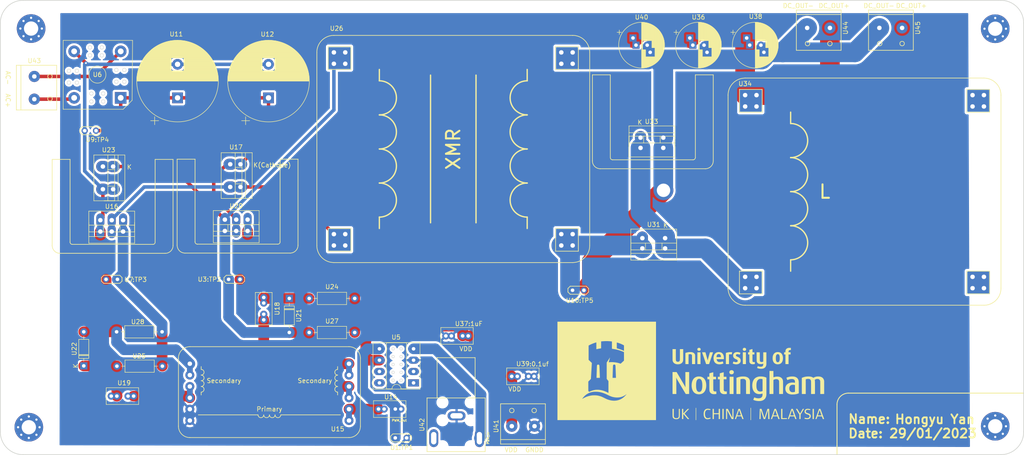
<source format=kicad_pcb>
(kicad_pcb (version 20211014) (generator pcbnew)
  (layers (0 "F.Cu" mixed) (31 "B.Cu" signal) (34 "B.Paste" user) (35 "F.Paste" user) (36 "B.SilkS" user "B.Silkscreen") (37 "F.SilkS" user "F.Silkscreen") (38 "B.Mask" user) (39 "F.Mask" user) (44 "Edge.Cuts" user))
  (net 0 "")
  (net 1 "/PWM_Out")
  (net 2 "GNDD")
  (net 3 "/PWM_OUT_A")
  (net 4 "/PWM_COM_A")
  (net 7 "/PWM_Input")
  (net 8 "VDD")
  (net 11 "/PWM_COM_B")
  (net 12 "/VAC(+)")
  (net 13 "/Rectifier_DC(+)")
  (net 14 "/VAC(-)")
  (net 15 "/PWM_OUT_B")
  (net 16 "Net-(U14-Pad1)")
  (net 17 "Net-(U15-Pad3)")
  (net 18 "Net-(U15-Pad5)")
  (net 19 "Net-(U16-Pad2)")
  (net 20 "Net-(U18-Pad1)")
  (net 21 "Net-(U19-Pad1)")
  (net 22 "/Transformer_Out(+)")
  (net 23 "/Converter_Out(-)")
  (net 24 "Net-(U31-Pad1)")
  (net 25 "/Converter_Out(+)")
  (footprint "EEEE2046_Electrical:SOD113" (layer "F.Cu") (at 87.716 58.0292 -90)
    (fp_text reference "U17")
    (fp_text value "BYV25FX-600")
  )
  (footprint "Capacitor_THT:CP_Radial_D18.0mm_P7.50mm" (layer "F.Cu") (at 73.66 43.18 90)
    (fp_text reference "U11")
    (fp_text value "ECA2AM102")
  )
  (footprint "EEEE2046_Electrical:SOD113" (layer "F.Cu") (at 182.5752 76.8448 180)
    (fp_text reference "U31")
    (fp_text value "BYV25FX-600")
  )
  (footprint "EEEE2046_Electrical:LP-0841-3B-05A" (layer "F.Cu") (at 139.1412 110.2868 -90)
    (fp_text reference "U42")
    (fp_text value "PWM_Input")
  )
  (footprint "Capacitor_THT:CP_Radial_D18.0mm_P7.50mm" (layer "F.Cu") (at 93.98 43.18 90)
    (fp_text reference "U12")
    (fp_text value "ECA2AM102")
  )
  (footprint "Capacitor_THT:C_Rect_L7.0mm_W3.5mm_P2.50mm_P5.00mm" (layer "F.Cu") (at 118.5564 112.776)
    (fp_text reference "U14")
    (fp_text value "F")
  )
  (footprint "EEEE2046_Electrical:SOD113" (layer "F.Cu") (at 177.0888 52.0856)
    (fp_text reference "U33")
    (fp_text value "BYV25FX-600")
  )
  (footprint "MountingHole:MountingHole_3.2mm_M3_Pad_Via" (layer "F.Cu") (at 256.322102 27.722102)
    (fp_text reference "H2" hide)
    (fp_text value "Mount")
  )
  (footprint "Capacitor_THT:CP_Radial_D10.0mm_P2.50mm_P5.00mm" (layer "F.Cu") (at 188.772723 31.3944)
    (fp_text reference "U36")
    (fp_text value "F")
  )
  (footprint "Resistor_THT:R_Axial_DIN0207_L6.3mm_D2.5mm_P10.16mm_Horizontal" (layer "F.Cu") (at 70.2692 103.1828 180)
    (fp_text reference "U25")
    (fp_text value "R")
  )
  (footprint "MountingHole:MountingHole_3.2mm_M3_Pad_Via" (layer "F.Cu") (at 256.322102 116.622102)
    (fp_text reference "H4" hide)
    (fp_text value "Mount")
  )
  (footprint "EEEE2046_Electrical:ETD_34-L" (layer "F.Cu") (at 200.4568 42.5704)
    (fp_text reference "U34")
    (fp_text value "H")
  )
  (footprint "Diode_THT:D_DO-35_SOD27_P7.62mm_Horizontal" (layer "F.Cu") (at 98.6282 88.0364 -90)
    (fp_text reference "U21")
    (fp_text value "V")
  )
  (footprint "EEEE2046_Electrical:2wayTerminalBlock" (layer "F.Cu") (at 219.3906 27.5416 180)
    (fp_text reference "U44")
    (fp_text value "Converter_Out")
  )
  (footprint "TestPoint:TestPoint_2Pads_Pitch2.54mm_Drill0.8mm" (layer "F.Cu") (at 60.2288 83.7692 180)
    (fp_text reference "U7")
    (fp_text value "TP_Q2_Gate")
  )
  (footprint "Resistor_THT:R_Axial_DIN0207_L6.3mm_D2.5mm_P10.16mm_Horizontal" (layer "F.Cu") (at 60.0456 95.504)
    (fp_text reference "U28")
    (fp_text value "R")
  )
  (footprint "EEEE2046_Electrical:TO220_Heatsink" (layer "F.Cu") (at 87.0712 77.892 180)
    (fp_text reference "U4-Diode1" hide)
    (fp_text value "TO220_Heatsink")
  )
  (footprint "Capacitor_THT:C_Rect_L7.0mm_W3.5mm_P2.50mm_P5.00mm" (layer "F.Cu") (at 148.3052 105.4634)
    (fp_text reference "U39")
    (fp_text value "0.1 uF")
  )
  (footprint "MountingHole:MountingHole_3.2mm_M3_Pad_Via" (layer "F.Cu") (at 40.4368 116.84)
    (fp_text reference "H4" hide)
    (fp_text value "Mount")
  )
  (footprint "Capacitor_THT:C_Rect_L7.0mm_W3.5mm_P2.50mm_P5.00mm" (layer "F.Cu") (at 92.9132 87.8224 -90)
    (fp_text reference "U18")
    (fp_text value "F")
  )
  (footprint "EEEE2046_Electrical:TO220_Heatsink" (layer "F.Cu") (at 179.832 59.0296 180)
    (fp_text reference "U2-Mosfet1" hide)
    (fp_text value "TO220_Heatsink")
  )
  (footprint "EEEE2046_Electrical:TO220_Heatsink" (layer "F.Cu") (at 59.1566 77.9526 180)
    (fp_text reference "U3-Diode1" hide)
    (fp_text value "TO220_Heatsink")
  )
  (footprint "Capacitor_THT:C_Rect_L7.0mm_W3.5mm_P2.50mm_P5.00mm" (layer "F.Cu") (at 138.5932 96.4184 180)
    (fp_text reference "U37")
    (fp_text value "1uF")
  )
  (footprint "EEEE2046_Electrical:Diode_Bridge_Vishay_KBPC6" (layer "F.Cu") (at 60.96 43.18 180)
    (fp_text reference "U6")
    (fp_text value "VS-KBPC606PBF")
  )
  (footprint "EEEE2046_Electrical:ETD_34-XMR" (layer "F.Cu") (at 108.585 33.02)
    (fp_text reference "U26")
    (fp_text value "ETD_34-Transformer_1P_1S")
  )
  (footprint "EEEE2046_Electrical:UONLogo2" (layer "F.Cu") (at 188.3156 104.2416)
    (fp_text reference "G***" hide)
    (fp_text value "LOGO" hide)
  )
  (footprint "TestPoint:TestPoint_2Pads_Pitch2.54mm_Drill0.8mm" (layer "F.Cu") (at 161.8996 86.2076)
    (fp_text reference "U10")
    (fp_text value "TP_Trans_Out")
  )
  (footprint "Capacitor_THT:C_Rect_L7.0mm_W3.5mm_P2.50mm_P5.00mm" (layer "F.Cu") (at 58.8464 109.8804)
    (fp_text reference "U19")
    (fp_text value "F")
  )
  (footprint "TestPoint:TestPoint_2Pads_Pitch2.54mm_Drill0.8mm" (layer "F.Cu") (at 87.61 83.7692 180)
    (fp_text reference "U3")
    (fp_text value "TP_Q1_Gate")
  )
  (footprint "Capacitor_THT:CP_Radial_D10.0mm_P2.50mm_P5.00mm" (layer "F.Cu") (at 201.472723 31.3944)
    (fp_text reference "U38")
    (fp_text value "F")
  )
  (footprint "Capacitor_THT:CP_Radial_D10.0mm_P2.50mm_P5.00mm" (layer "F.Cu") (at 176.072723 31.3944)
    (fp_text reference "U40")
    (fp_text value "F")
  )
  (footprint "EEEE2046_Electrical:TO-220FPAB" (layer "F.Cu") (at 61.4934 73.0758 180)
    (fp_text reference "U16")
    (fp_text value "IRFI530NPbF")
  )
  (footprint "Resistor_THT:R_Axial_DIN0207_L6.3mm_D2.5mm_P10.16mm_Horizontal" (layer "F.Cu") (at 113.2332 88.0364 180)
    (fp_text reference "U24")
    (fp_text value "R")
  )
  (footprint "EEEE2046_Electrical:Toroid-Transformer_1P_2S" (layer "F.Cu") (at 111.9632 115.3414 180)
    (fp_text reference "U15")
    (fp_text value "Toroid-Transformer_1P_2S")
  )
  (footprint "Diode_THT:D_DO-35_SOD27_P7.62mm_Horizontal" (layer "F.Cu") (at 52.7104 103.124 90)
    (fp_text reference "U22")
    (fp_text value "V")
  )
  (footprint "Resistor_THT:R_Axial_DIN0207_L6.3mm_D2.5mm_P10.16mm_Horizontal" (layer "F.Cu") (at 103.0732 95.6564)
    (fp_text reference "U27")
    (fp_text value "R")
  )
  (footprint "EEEE2046_Electrical:2wayTerminalBlock" (layer "F.Cu") (at 235.5196 27.5416 180)
    (fp_text reference "U45")
    (fp_text value "Converter_Out")
  )
  (footprint "TestPoint:TestPoint_2Pads_Pitch2.54mm_Drill0.8mm" (layer "F.Cu") (at 55.4536 50.5206 180)
    (fp_text reference "U9")
    (fp_text value "TP_DC_Link")
  )
  (footprint "EEEE2046_Electrical:2wayTerminalBlock" (layer "F.Cu") (at 148.3252 116.6034)
    (fp_text reference "U41")
    (fp_text value "PWM_Power")
  )
  (footprint "MountingHole:MountingHole_3.2mm_M3_Pad_Via" (layer "F.Cu") (at 40.9448 27.686)
    (fp_text reference "H2" hide)
    (fp_text value "Mount")
  )
  (footprint "EEEE2046_Electrical:SOD113" (layer "F.Cu") (at 59.268 58.5372 -90)
    (fp_text reference "U23")
    (fp_text value "BYV25FX-600")
  )
  (footprint "Package_DIP:DIP-8_W7.62mm_Socket_LongPads" (layer "F.Cu") (at 126.3804 106.924 180)
    (fp_text reference "U5")
    (fp_text value "TC4425AVPA")
  )
  (footprint "TestPoint:TestPoint_2Pads_Pitch2.54mm_Drill0.8mm" (layer "F.Cu") (at 122.2956 119.2276)
    (fp_text reference "U1")
    (fp_text value "TP_PWM_Out")
  )
  (footprint "EEEE2046_Electrical:2wayTerminalBlock" (layer "F.Cu") (at 41.664 38.394 -90)
    (fp_text reference "U43")
    (fp_text value "AC_Power")
  )
  (footprint "EEEE2046_Electrical:TO-220FPAB" (layer "F.Cu") (at 89.3064 72.9488 180)
    (fp_text reference "U20")
    (fp_text value "IRFI530NPbF")
  )
  (gr_line (start 223.52 109.22) (end 262.672102 109.22) (layer "F.SilkS") (width 0.2))
  (gr_arc (start 220.98 111.76) (mid 221.723949 109.963949) (end 223.52 109.22) (layer "F.SilkS") (width 0.2))
  (gr_line (start 220.98 120.904) (end 220.98 122.9) (layer "F.SilkS") (width 0.2))
  (gr_line (start 220.98 111.76) (end 220.98 120.904) (layer "F.SilkS") (width 0.2))
  (gr_circle (center 123.5964 106.3244) (end 123.3932 106.5276) (layer "Edge.Cuts") (width 0.1) (fill none))
  (gr_circle (center 61.7728 39.5732) (end 61.468 39.8272) (layer "Edge.Cuts") (width 0.1) (fill none))
  (gr_circle (center 123.5964 102.802266) (end 123.3932 103.005466) (layer "Edge.Cuts") (width 0.1) (fill none))
  (gr_circle (center 123.5964 101.0412) (end 123.3932 101.2444) (layer "Edge.Cuts") (width 0.1) (fill none))
  (gr_circle (center 59.9948 36.9316) (end 59.69 37.1856) (layer "Edge.Cuts") (width 0.1) (fill none))
  (gr_circle (center 56.7436 31.9024) (end 56.9976 32.2072) (layer "Edge.Cuts") (width 0.1) (fill none))
  (gr_line (start 34.072103 26.452103) (end 34.072102 117.892102) (layer "Edge.Cuts") (width 0.15))
  (gr_circle (center 51.16524 37.1348) (end 51.47004 36.8808) (layer "Edge.Cuts") (width 0.1) (fill none))
  (gr_circle (center 121.8184 106.3244) (end 121.6152 106.5276) (layer "Edge.Cuts") (width 0.1) (fill none))
  (gr_circle (center 123.5964 99.314) (end 123.3932 99.5172) (layer "Edge.Cuts") (width 0.1) (fill none))
  (gr_circle (center 123.5964 104.563332) (end 123.3932 104.766532) (layer "Edge.Cuts") (width 0.1) (fill none))
  (gr_circle (center 57.0484 43.9928) (end 56.7944 43.688) (layer "Edge.Cuts") (width 0.1) (fill none))
  (gr_circle (center 59.9948 39.5732) (end 59.69 39.8272) (layer "Edge.Cuts") (width 0.1) (fill none))
  (gr_line (start 262.672102 117.892102) (end 262.672102 26.452102) (layer "Edge.Cuts") (width 0.15))
  (gr_circle (center 54.102 31.9024) (end 54.356 32.2072) (layer "Edge.Cuts") (width 0.1) (fill none))
  (gr_arc (start 34.072103 26.452103) (mid 35.560001 22.860001) (end 39.152103 21.372103) (layer "Edge.Cuts") (width 0.15))
  (gr_circle (center 56.7436 33.6804) (end 56.9976 33.9852) (layer "Edge.Cuts") (width 0.1) (fill none))
  (gr_line (start 257.592102 21.372102) (end 39.152102 21.372102) (layer "Edge.Cuts") (width 0.15))
  (gr_circle (center 57.0484 42.2148) (end 56.7944 41.91) (layer "Edge.Cuts") (width 0.1) (fill none))
  (gr_arc (start 257.592102 21.372102) (mid 261.184202 22.86) (end 262.672102 26.452102) (layer "Edge.Cuts") (width 0.15))
  (gr_arc (start 262.672102 117.892102) (mid 261.184204 121.484204) (end 257.592102 122.972102) (layer "Edge.Cuts") (width 0.15))
  (gr_circle (center 54.102 33.6804) (end 54.356 33.9852) (layer "Edge.Cuts") (width 0.1) (fill none))
  (gr_circle (center 121.8184 99.314) (end 121.6152 99.5172) (layer "Edge.Cuts") (width 0.1) (fill none))
  (gr_circle (center 61.7728 36.9316) (end 61.468 37.1856) (layer "Edge.Cuts") (width 0.1) (fill none))
  (gr_circle (center 51.16524 39.7764) (end 51.47004 39.5224) (layer "Edge.Cuts") (width 0.1) (fill none))
  (gr_circle (center 54.4068 43.9928) (end 54.1528 43.688) (layer "Edge.Cuts") (width 0.1) (fill none))
  (gr_line (start 257.592102 122.972102) (end 39.152102 122.972102) (layer "Edge.Cuts") (width 0.15))
  (gr_arc (start 39.152102 122.972102) (mid 35.56 121.484204) (end 34.072102 117.892102) (layer "Edge.Cuts") (width 0.15))
  (gr_circle (center 49.38724 37.1348) (end 49.69204 36.8808) (layer "Edge.Cuts") (width 0.1) (fill none))
  (gr_circle (center 49.38724 39.7764) (end 49.69204 39.5224) (layer "Edge.Cuts") (width 0.1) (fill none))
  (gr_circle (center 54.4068 42.2148) (end 54.1528 41.91) (layer "Edge.Cuts") (width 0.1) (fill none))
  (gr_circle (center 121.8184 101.0412) (end 121.6152 101.2444) (layer "Edge.Cuts") (width 0.1) (fill none))
  (gr_circle (center 121.8184 104.563332) (end 121.6152 104.766532) (layer "Edge.Cuts") (width 0.1) (fill none))
  (gr_circle (center 121.8184 102.802266) (end 121.6152 103.005466) (layer "Edge.Cuts") (width 0.1) (fill none))
  (gr_text "DC_OUT+" (at 220.3196 22.5806) (layer "F.SilkS") (effects (font (size 1 1))))
  (gr_text "Hongyu Yan" (at 242.824 115.062) (layer "F.SilkS") (effects (font (size 2 2) (thickness 0.4))))
  (gr_text ":TP2" (at 81.788 83.7692) (layer "F.SilkS") (effects (font (size 1 1))))
  (gr_text "DC_OUT-" (at 212.3186 22.5806) (layer "F.SilkS") (effects (font (size 1 1))))
  (gr_text "K" (at 176.9364 48.6664) (layer "F.SilkS") (effects (font (size 1 1))))
  (gr_text "AC-" (at 35.7886 38.7096 270) (layer "F.SilkS") (effects (font (size 1 1))))
  (gr_text "DC_OUT-" (at 230.3526 22.5806) (layer "F.SilkS") (effects (font (size 1 1))))
  (gr_text "GNDD" (at 153.3906 121.8946) (layer "F.SilkS") (effects (font (size 1 1))))
  (gr_text "K" (at 182.6768 71.7296) (layer "F.SilkS") (effects (font (size 1 1))))
  (gr_text "PWM_In" (at 143.0528 119.2784 90) (layer "F.SilkS") (effects (font (size 0.5 0.5) (thickness 0.125))))
  (gr_text "DC_OUT+" (at 237.5916 22.5806) (layer "F.SilkS") (effects (font (size 1 1))))
  (gr_text "PWM_Out" (at 123.19 115.316) (layer "F.SilkS") (effects (font (size 0.5 0.5) (thickness 0.125))))
  (gr_text ":1uF" (at 140.1826 93.7006) (layer "F.SilkS") (effects (font (size 1 1))))
  (gr_text "VDD" (at 148.1836 121.8946) (layer "F.SilkS") (effects (font (size 1 1))))
  (gr_text ":TP4" (at 56.7436 52.5526) (layer "F.SilkS") (effects (font (size 1 1))))
  (gr_text "VDD" (at 148.9964 108.3056) (layer "F.SilkS") (effects (font (size 1 1))))
  (gr_text "AC+" (at 35.7886 43.7896 270) (layer "F.SilkS") (effects (font (size 1 1))))
  (gr_text ":TP5" (at 164.9476 88.4936) (layer "F.SilkS") (effects (font (size 1 1))))
  (gr_text ":0.1uf" (at 154.4066 102.7176) (layer "F.SilkS") (effects (font (size 1 1))))
  (gr_text "VDD" (at 138.0744 99.314) (layer "F.SilkS") (effects (font (size 1 1))))
  (gr_text ":TP3" (at 65.1764 83.82) (layer "F.SilkS") (effects (font (size 1 1))))
  (gr_text "K" (at 62.8904 58.674) (layer "F.SilkS") (effects (font (size 1 1))))
  (gr_text ":TP1" (at 124.6632 121.3612) (layer "F.SilkS") (effects (font (size 1 1))))
  (gr_text "K(Cathode)" (at 94.7928 58.2168) (layer "F.SilkS") (effects (font (size 1 1))))
  (gr_text "Name: \nDate: 29/01/2023" (at 223.302102 116.622102) (layer "F.SilkS") (effects (font (size 2 2) (thickness 0.4)) (justify left)))
  (segment (start 115.0112 100.3808) (end 115.0112 108.5596) (width 2.39) (layer "B.Cu") (net 1))
  (segment (start 116.078 99.314) (end 115.0112 100.3808) (width 2.39) (layer "B.Cu") (net 1))
  (segment (start 122.2956 112.7868) (end 122.3064 112.776) (width 2.39) (layer "B.Cu") (net 1))
  (segment (start 118.7604 99.304) (end 118.7504 99.314) (width 2.39) (layer "B.Cu") (net 1))
  (segment (start 118.7504 99.314) (end 116.078 99.314) (width 2.39) (layer "B.Cu") (net 1))
  (segment (start 115.0112 108.5596) (end 117.0326 110.581) (width 2.39) (layer "B.Cu") (net 1))
  (segment (start 117.0326 110.581) (end 120.715599 110.581) (width 2.39) (layer "B.Cu") (net 1))
  (segment (start 122.2956 119.2276) (end 122.2956 112.7868) (width 2.39) (layer "B.Cu") (net 1))
  (segment (start 120.715599 110.581) (end 122.3064 112.171801) (width 2.39) (layer "B.Cu") (net 1))
  (segment (start 89.3064 72.9488) (end 89.3064 82.0728) (width 2.39) (layer "F.Cu") (net 3))
  (segment (start 113.2332 85.2424) (end 111.76 83.7692) (width 2.39) (layer "F.Cu") (net 3))
  (segment (start 89.3064 82.0728) (end 87.61 83.7692) (width 2.39) (layer "F.Cu") (net 3))
  (segment (start 113.2332 88.0364) (end 113.2332 95.6564) (width 2.39) (layer "F.Cu") (net 3))
  (segment (start 113.2332 88.0364) (end 113.2332 85.2424) (width 2.39) (layer "F.Cu") (net 3))
  (segment (start 111.76 83.7692) (end 87.61 83.7692) (width 2.39) (layer "F.Cu") (net 3))
  (segment (start 98.6282 95.6564) (end 103.0732 95.6564) (width 2.39) (layer "F.Cu") (net 4))
  (segment (start 103.0732 100.1268) (end 105.5878 102.6414) (width 2.39) (layer "F.Cu") (net 4))
  (segment (start 103.0732 95.6564) (end 103.0732 100.1268) (width 2.39) (layer "F.Cu") (net 4))
  (segment (start 72.3548 58.5372) (end 84.2264 70.4088) (width 0.78) (layer "F.Cu") (net 4))
  (segment (start 59.268 58.5372) (end 72.3548 58.5372) (width 0.78) (layer "F.Cu") (net 4))
  (segment (start 105.5878 102.6414) (end 111.9632 102.6414) (width 2.39) (layer "F.Cu") (net 4))
  (segment (start 84.2264 82.9256) (end 84.2264 70.4088) (width 2.39) (layer "B.Cu") (net 4))
  (segment (start 108.585 45.883022) (end 108.585 35.56) (width 0.78) (layer "B.Cu") (net 4))
  (segment (start 84.2264 70.4088) (end 84.2264 70.241622) (width 0.78) (layer "B.Cu") (net 4))
  (segment (start 98.6282 95.6564) (end 88.5444 95.6564) (width 2.39) (layer "B.Cu") (net 4))
  (segment (start 85.07 92.182) (end 85.07 83.7692) (width 2.39) (layer "B.Cu") (net 4))
  (segment (start 85.07 83.7692) (end 84.2264 82.9256) (width 2.39) (layer "B.Cu") (net 4))
  (segment (start 84.2264 70.241622) (end 108.585 45.883022) (width 0.78) (layer "B.Cu") (net 4))
  (segment (start 88.5444 95.6564) (end 85.07 92.182) (width 2.39) (layer "B.Cu") (net 4))
  (segment (start 141.436201 118.941799) (end 141.436201 109.533801) (width 2.39) (layer "B.Cu") (net 7))
  (segment (start 141.0912 119.2868) (end 141.436201 118.941799) (width 2.39) (layer "B.Cu") (net 7))
  (segment (start 141.436201 109.533801) (end 131.2064 99.304) (width 2.39) (layer "B.Cu") (net 7))
  (segment (start 131.2064 99.304) (end 126.3804 99.304) (width 2.39) (layer "B.Cu") (net 7))
  (segment (start 137.3432 96.4184) (end 137.3432 95.28703) (width 2.39) (layer "F.Cu") (net 8))
  (segment (start 148.3252 105.4834) (end 148.3052 105.4634) (width 2.39) (layer "F.Cu") (net 8))
  (segment (start 138.5932 96.4184) (end 139.2602 96.4184) (width 2.39) (layer "F.Cu") (net 8))
  (segment (start 136.27957 94.2234) (end 118.6286 94.2234) (width 2.39) (layer "F.Cu") (net 8))
  (segment (start 116.1696 101.844) (end 118.7604 101.844) (width 2.39) (layer "F.Cu") (net 8))
  (segment (start 115.7224 97.1296) (end 115.7224 101.3968) (width 2.39) (layer "F.Cu") (net 8))
  (segment (start 137.3432 95.28703) (end 136.27957 94.2234) (width 2.39) (layer "F.Cu") (net 8))
  (segment (start 118.6286 94.2234) (end 115.7224 97.1296) (width 2.39) (layer "F.Cu") (net 8))
  (segment (start 139.2602 96.4184) (end 148.3052 105.4634) (width 2.39) (layer "F.Cu") (net 8))
  (segment (start 115.7224 101.3968) (end 116.1696 101.844) (width 2.39) (layer "F.Cu") (net 8))
  (segment (start 148.3252 116.6034) (end 148.3252 105.4834) (width 2.39) (layer "F.Cu") (net 8))
  (segment (start 56.982 63.6172) (end 56.982 69.9672) (width 0.78) (layer "F.Cu") (net 11))
  (segment (start 56.982 69.9672) (end 56.4134 70.5358) (width 0.78) (layer "F.Cu") (net 11))
  (segment (start 52.7104 95.504) (end 60.0456 95.504) (width 2.39) (layer "F.Cu") (net 11))
  (segment (start 50.56 32.78) (end 53.1876 35.4076) (width 0.78) (layer "F.Cu") (net 11))
  (segment (start 60.0456 95.504) (end 60.0456 91.186) (width 2.39) (layer "F.Cu") (net 11))
  (segment (start 56.4134 73.0758) (end 56.4134 82.4938) (width 2.39) (layer "F.Cu") (net 11))
  (segment (start 60.0456 91.186) (end 57.6888 88.8292) (width 2.39) (layer "F.Cu") (net 11))
  (segment (start 57.6888 88.8292) (end 57.6888 83.7692) (width 2.39) (layer "F.Cu") (net 11))
  (segment (start 56.4134 82.4938) (end 57.6888 83.7692) (width 2.39) (layer "F.Cu") (net 11))
  (via (at 53.1876 35.4076) (size 0.8) (drill 0.4) (layers "F.Cu" "B.Cu") (net 11))
  (segment (start 52.9136 35.6816) (end 53.1876 35.4076) (width 0.78) (layer "B.Cu") (net 11))
  (segment (start 61.722 99.5172) (end 73.279 99.5172) (width 2.39) (layer "B.Cu") (net 11))
  (segment (start 53.1876 35.4076) (end 53.4924 35.7124) (width 0.78) (layer "B.Cu") (net 11))
  (segment (start 53.4924 35.7124) (end 53.594 35.7124) (width 0.78) (layer "B.Cu") (net 11))
  (segment (start 52.9136 50.5206) (end 52.9136 59.5488) (width 0.78) (layer "B.Cu") (net 11))
  (segment (start 60.0456 97.8408) (end 61.722 99.5172) (width 2.39) (layer "B.Cu") (net 11))
  (segment (start 60.0456 95.504) (end 60.0456 97.8408) (width 2.39) (layer "B.Cu") (net 11))
  (segment (start 53.594 35.7124) (end 53.6264 35.68) (width 0.78) (layer "B.Cu") (net 11))
  (segment (start 73.279 99.5172) (end 76.4032 102.6414) (width 2.39) (layer "B.Cu") (net 11))
  (segment (start 73.66 35.68) (end 93.98 35.68) (width 0.78) (layer "B.Cu") (net 11))
  (segment (start 53.6264 35.68) (end 73.66 35.68) (width 0.78) (layer "B.Cu") (net 11))
  (segment (start 52.9136 59.5488) (end 56.982 63.6172) (width 0.78) (layer "B.Cu") (net 11))
  (segment (start 52.9136 50.5206) (end 52.9136 35.6816) (width 0.78) (layer "B.Cu") (net 11))
  (segment (start 50.266 43.474) (end 50.56 43.18) (width 0.78) (layer "F.Cu") (net 12))
  (segment (start 41.664 43.474) (end 50.266 43.474) (width 0.78) (layer "F.Cu") (net 12))
  (segment (start 60.96 47.5996) (end 58.039 50.5206) (width 0.78) (layer "F.Cu") (net 13))
  (segment (start 84.668 58.0292) (end 81.7372 60.96) (width 0.78) (layer "F.Cu") (net 13))
  (segment (start 81.7372 65.212422) (end 86.7664 70.241622) (width 0.78) (layer "F.Cu") (net 13))
  (segment (start 93.98 43.18) (end 93.98 51.7652) (width 0.78) (layer "F.Cu") (net 13))
  (segment (start 73.66 43.18) (end 93.98 43.18) (width 0.78) (layer "F.Cu") (net 13))
  (segment (start 81.7372 60.96) (end 81.7372 65.212422) (width 0.78) (layer "F.Cu") (net 13))
  (segment (start 93.98 51.7652) (end 87.716 58.0292) (width 0.78) (layer "F.Cu") (net 13))
  (segment (start 86.7664 70.241622) (end 86.7664 70.4088) (width 0.78) (layer "F.Cu") (net 13))
  (segment (start 85.43 58.0292) (end 84.668 58.0292) (width 0.78) (layer "F.Cu") (net 13))
  (segment (start 60.96 43.18) (end 73.66 43.18) (width 0.78) (layer "F.Cu") (net 13))
  (segment (start 60.96 43.18) (end 60.96 47.5996) (width 0.78) (layer "F.Cu") (net 13))
  (segment (start 58.039 50.5206) (end 55.4536 50.5206) (width 0.78) (layer "F.Cu") (net 13))
  (segment (start 55.346 38.394) (end 60.96 32.78) (width 0.78) (layer "F.Cu") (net 14))
  (segment (start 41.664 38.394) (end 55.346 38.394) (width 0.78) (layer "F.Cu") (net 14))
  (segment (start 70.2056 95.504) (end 70.2056 103.1192) (width 2.39) (layer "F.Cu") (net 15))
  (segment (start 70.2056 103.1192) (end 70.2692 103.1828) (width 2.39) (layer "F.Cu") (net 15))
  (segment (start 61.4934 73.0758) (end 61.4934 82.5046) (width 2.39) (layer "B.Cu") (net 15))
  (segment (start 70.2056 93.746) (end 60.2288 83.7692) (width 2.39) (layer "B.Cu") (net 15))
  (segment (start 70.2056 95.504) (end 70.2056 93.746) (width 2.39) (layer "B.Cu") (net 15))
  (segment (start 61.4934 82.5046) (end 60.2288 83.7692) (width 2.39) (layer "B.Cu") (net 15))
  (segment (start 118.531 112.8014) (end 118.5564 112.776) (width 2.39) (layer "F.Cu") (net 16))
  (segment (start 111.9632 112.8014) (end 118.531 112.8014) (width 2.39) (layer "F.Cu") (net 16))
  (segment (start 111.9632 107.7214) (end 97.7646 107.7214) (width 2.39) (layer "F.Cu") (net 17))
  (segment (start 97.7646 107.7214) (end 92.8624 102.8192) (width 2.39) (layer "F.Cu") (net 17))
  (segment (start 92.9132 102.7684) (end 92.9132 92.8224) (width 2.39) (layer "F.Cu") (net 17))
  (segment (start 92.8624 102.8192) (end 92.9132 102.7684) (width 2.39) (layer "F.Cu") (net 17))
  (segment (start 63.8464 109.8804) (end 76.0222 109.8804) (width 2.39) (layer "F.Cu") (net 18))
  (segment (start 76.0222 109.8804) (end 76.4032 110.2614) (width 2.39) (layer "F.Cu") (net 18))
  (segment (start 98.0342 63.1092) (end 108.585 73.66) (width 0.78) (layer "F.Cu") (net 19))
  (segment (start 87.716 63.1092) (end 98.0342 63.1092) (width 0.78) (layer "F.Cu") (net 19))
  (segment (start 85.43 63.1092) (end 66.212822 63.1092) (width 0.78) (layer "B.Cu") (net 19))
  (segment (start 66.212822 63.1092) (end 58.9534 70.368622) (width 0.78) (layer "B.Cu") (net 19))
  (segment (start 58.9534 70.368622) (end 58.9534 70.5358) (width 0.78) (layer "B.Cu") (net 19))
  (segment (start 93.1272 88.0364) (end 92.9132 87.8224) (width 2.39) (layer "F.Cu") (net 20))
  (segment (start 103.0732 88.0364) (end 98.6282 88.0364) (width 2.39) (layer "F.Cu") (net 20))
  (segment (start 98.6282 88.0364) (end 93.1272 88.0364) (width 2.39) (layer "F.Cu") (net 20))
  (segment (start 60.1092 103.1828) (end 60.1092 109.8676) (width 2.39) (layer "F.Cu") (net 21))
  (segment (start 52.7104 103.124) (end 60.0504 103.124) (width 2.39) (layer "F.Cu") (net 21))
  (segment (start 60.1092 109.8676) (end 60.0964 109.8804) (width 2.39) (layer "F.Cu") (net 21))
  (segment (start 60.0504 103.124) (end 60.1092 103.1828) (width 2.39) (layer "F.Cu") (net 21))
  (segment (start 159.385 76.2) (end 161.3446 78.1596) (width 4.39) (layer "B.Cu") (net 22))
  (segment (start 176.8504 76.2) (end 177.4952 76.8448) (width 4.39) (layer "B.Cu") (net 22))
  (segment (start 161.3446 78.1596) (end 161.3446 86.2076) (width 4.39) (layer "B.Cu") (net 22))
  (segment (start 161.925 76.2) (end 176.8504 76.2) (width 4.39) (layer "B.Cu") (net 22))
  (segment (start 166.2102 84.5386) (end 165.5064 85.2424) (width 4.39) (layer "F.Cu") (net 23))
  (segment (start 182.2196 63.8556) (end 166.2102 79.865) (width 4.39) (layer "F.Cu") (net 23))
  (segment (start 166.2102 79.865) (end 166.2102 84.5386) (width 4.39) (layer "F.Cu") (net 23))
  (via (at 182.2196 63.8556) (size 4) (drill 3) (layers "F.Cu" "B.Cu") (net 23))
  (segment (start 204.64366 34.12577) (end 204.18003 34.5894) (width 4.39) (layer "B.Cu") (net 23))
  (segment (start 224.9868 32.9944) (end 230.4396 27.5416) (width 4.39) (layer "B.Cu") (net 23))
  (segment (start 182.1688 35.91954) (end 180.83866 34.5894) (width 4.39) (layer "B.Cu") (net 23))
  (segment (start 204.64366 32.9944) (end 204.64366 34.12577) (width 4.39) (layer "B.Cu") (net 23))
  (segment (start 192.1256 34.2028) (end 192.1256 32.5264) (width 4.39) (layer "B.Cu") (net 23))
  (segment (start 204.64366 32.9944) (end 208.8578 32.9944) (width 4.39) (layer "B.Cu") (net 23))
  (segment (start 163.4944 34.5894) (end 178.7342 34.5894) (width 4.39) (layer "B.Cu") (net 23))
  (segment (start 191.272723 32.323463) (end 191.94366 32.9944) (width 0.674) (layer "B.Cu") (net 23))
  (segment (start 180.83866 34.5894) (end 191.739 34.5894) (width 4.39) (layer "B.Cu") (net 23))
  (segment (start 182.1688 52.0856) (end 182.1688 35.91954) (width 4.39) (layer "B.Cu") (net 23))
  (segment (start 208.8578 32.9944) (end 224.9868 32.9944) (width 4.39) (layer "B.Cu") (net 23))
  (segment (start 182.1688 54.3716) (end 182.1688 63.8048) (width 4.39) (layer "B.Cu") (net 23))
  (segment (start 208.8578 32.9944) (end 214.3106 27.5416) (width 4.39) (layer "B.Cu") (net 23))
  (segment (start 179.24366 32.9944) (end 180.83866 34.5894) (width 4.39) (layer "B.Cu") (net 23))
  (segment (start 179.24366 32.9944) (end 191.94366 32.9944) (width 0.674) (layer "B.Cu") (net 23))
  (segment (start 178.572723 31.3944) (end 178.572723 32.323463) (width 0.674) (layer "B.Cu") (net 23))
  (segment (start 191.739 34.5894) (end 192.1256 34.2028) (width 4.39) (layer "B.Cu") (net 23))
  (segment (start 191.272723 31.3944) (end 191.272723 32.323463) (width 0.674) (layer "B.Cu") (net 23))
  (segment (start 182.1688 63.8048) (end 182.2196 63.8556) (width 4.39) (layer "B.Cu") (net 23))
  (segment (start 178.572723 32.323463) (end 179.24366 32.9944) (width 0.674) (layer "B.Cu") (net 23))
  (segment (start 204.18003 34.5894) (end 191.739 34.5894) (width 4.39) (layer "B.Cu") (net 23))
  (segment (start 178.7342 34.5894) (end 179.4256 33.898) (width 4.39) (layer "B.Cu") (net 23))
  (segment (start 179.4256 33.898) (end 179.4256 32.5264) (width 4.39) (layer "B.Cu") (net 23))
  (segment (start 182.5752 76.8448) (end 191.5512 76.8448) (width 4.39) (layer "B.Cu") (net 24))
  (segment (start 182.5752 74.233992) (end 182.5752 76.8448) (width 4.39) (layer "B.Cu") (net 24))
  (segment (start 177.0888 68.747592) (end 182.5752 74.233992) (width 4.39) (layer "B.Cu") (net 24))
  (segment (start 177.0888 54.3716) (end 177.0888 68.747592) (width 4.39) (layer "B.Cu") (net 24))
  (segment (start 191.5512 76.8448) (end 200.4568 85.7504) (width 4.39) (layer "B.Cu") (net 24))
  (segment (start 217.8304 42.5704) (end 219.3906 41.0102) (width 4.39) (layer "F.Cu") (net 25))
  (segment (start 200.4568 42.5704) (end 200.4568 31.715323) (width 4.39) (layer "F.Cu") (net 25))
  (segment (start 175.401786 29.7944) (end 176.996786 28.1994) (width 4.39) (layer "F.Cu") (net 25))
  (segment (start 217.8304 42.5704) (end 232.6132 42.5704) (width 4.39) (layer "F.Cu") (net 25))
  (segment (start 232.6132 42.5704) (end 235.5196 39.664) (width 4.39) (layer "F.Cu") (net 25))
  (segment (start 235.5196 39.664) (end 235.5196 27.5416) (width 4.39) (layer "F.Cu") (net 25))
  (segment (start 199.206786 28.1994) (end 189.696786 28.1994) (width 4.39) (layer "F.Cu") (net 25))
  (segment (start 186.506786 28.1994) (end 188.101786 29.7944) (width 4.39) (layer "F.Cu") (net 25))
  (segment (start 200.801786 29.7944) (end 199.206786 28.1994) (width 4.39) (layer "F.Cu") (net 25))
  (segment (start 202.9968 42.5704) (end 217.8304 42.5704) (width 4.39) (layer "F.Cu") (net 25))
  (segment (start 219.3906 41.0102) (end 219.3906 27.5416) (width 4.39) (layer "F.Cu") (net 25))
  (segment (start 176.996786 28.1994) (end 186.506786 28.1994) (width 4.39) (layer "F.Cu") (net 25))
  (segment (start 189.696786 28.1994) (end 188.101786 29.7944) (width 4.39) (layer "F.Cu") (net 25))
  (segment (start 200.4568 31.715323) (end 200.777723 31.3944) (width 4.39) (layer "F.Cu") (net 25))
  (zone (net 2) (net_name "GNDD") (layer "B.Cu") (connect_pads (clearance 0.508)) (min_thickness 0.254) (fill yes (thermal_gap 0.508) (thermal_bridge_width 0.508))
    (polygon (pts (xy 250.6726 121.2596) (xy 47.308611 120.8786) (xy 47.4726 24.2316) (xy 250.2916 24.2316)))
  )
)
</source>
